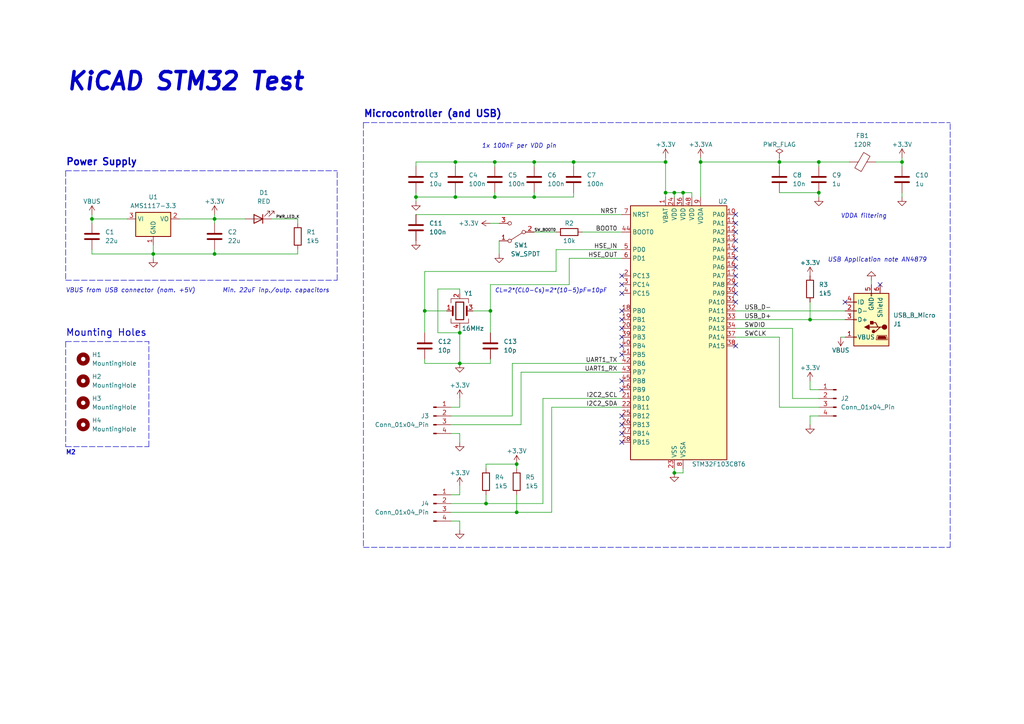
<source format=kicad_sch>
(kicad_sch (version 20230121) (generator eeschema)
  (paper "A4")
  (title_block (title "KiCAD STM32 Test") (date "2023-11-01") (rev "0.1") (company "Giulia Donini"))
  (lib_symbols
    (symbol "Connector:Conn_01x04_Pin" (pin_names (offset 1.016) hide)
      (property "Reference" "J" (at 0 5.08 0))
      (property "Value" "Conn_01x04_Pin" (at 0 -7.62 0))
      (symbol "Conn_01x04_Pin_1_1"
        (polyline (pts (xy 1.27 -5.08) (xy 0.8636 -5.08)) (stroke (width 0.1524)))
        (polyline (pts (xy 1.27 -2.54) (xy 0.8636 -2.54)) (stroke (width 0.1524)))
        (polyline (pts (xy 1.27 0) (xy 0.8636 0)) (stroke (width 0.1524)))
        (polyline (pts (xy 1.27 2.54) (xy 0.8636 2.54)) (stroke (width 0.1524)))
        (rectangle (start 0.8636 -4.953) (end 0 -5.207) (stroke (width 0.1524)) (fill (type outline)))
        (rectangle (start 0.8636 -2.413) (end 0 -2.667) (stroke (width 0.1524)) (fill (type outline)))
        (rectangle (start 0.8636 0.127) (end 0 -0.127) (stroke (width 0.1524)) (fill (type outline)))
        (rectangle (start 0.8636 2.667) (end 0 2.413) (stroke (width 0.1524)) (fill (type outline)))
        (pin passive line (at 5.08 2.54 180) (length 3.81) (name "Pin_1") (number "1"))
        (pin passive line (at 5.08 0 180) (length 3.81) (name "Pin_2") (number "2"))
        (pin passive line (at 5.08 -2.54 180) (length 3.81) (name "Pin_3") (number "3"))
        (pin passive line (at 5.08 -5.08 180) (length 3.81) (name "Pin_4") (number "4"))
      )
    )
    (symbol "Connector:USB_B_Micro" (pin_names (offset 1.016))
      (property "Reference" "J" (at -5.08 11.43 0))
      (property "Value" "USB_B_Micro" (at -5.08 8.89 0))
      (symbol "USB_B_Micro_0_1"
        (rectangle (start -5.08 -7.62) (end 5.08 7.62) (stroke (width 0.254)) (fill (type background)))
        (circle (center -3.81 2.159) (radius 0.635) (stroke (width 0.254)) (fill (type outline)))
        (circle (center -0.635 3.429) (radius 0.381) (stroke (width 0.254)) (fill (type outline)))
        (rectangle (start -0.127 -7.62) (end 0.127 -6.858))
        (polyline (pts (xy -1.905 2.159) (xy 0.635 2.159)) (stroke (width 0.254)))
        (polyline (pts (xy -3.175 2.159) (xy -2.54 2.159) (xy -1.27 3.429) (xy -0.635 3.429)) (stroke (width 0.254)))
        (polyline (pts (xy -2.54 2.159) (xy -1.905 2.159) (xy -1.27 0.889) (xy 0 0.889)) (stroke (width 0.254)))
        (polyline (pts (xy 0.635 2.794) (xy 0.635 1.524) (xy 1.905 2.159) (xy 0.635 2.794)) (stroke (width 0.254)) (fill (type outline)))
        (polyline (pts (xy -4.318 5.588) (xy -1.778 5.588) (xy -2.032 4.826) (xy -4.064 4.826) (xy -4.318 5.588)) (fill (type outline)))
        (polyline (pts (xy -4.699 5.842) (xy -4.699 5.588) (xy -4.445 4.826) (xy -4.445 4.572) (xy -1.651 4.572) (xy -1.651 4.826) (xy -1.397 5.588) (xy -1.397 5.842) (xy -4.699 5.842)))
        (rectangle (start 0.254 1.27) (end -0.508 0.508) (stroke (width 0.254)) (fill (type outline)))
        (rectangle (start 5.08 -5.207) (end 4.318 -4.953))
        (rectangle (start 5.08 -2.667) (end 4.318 -2.413))
        (rectangle (start 5.08 -0.127) (end 4.318 0.127))
        (rectangle (start 5.08 4.953) (end 4.318 5.207))
      )
      (symbol "USB_B_Micro_1_1"
        (pin power_out line (at 7.62 5.08 180) (length 2.54) (name "VBUS") (number "1"))
        (pin bidirectional line (at 7.62 -2.54 180) (length 2.54) (name "D-") (number "2"))
        (pin bidirectional line (at 7.62 0 180) (length 2.54) (name "D+") (number "3"))
        (pin passive line (at 7.62 -5.08 180) (length 2.54) (name "ID") (number "4"))
        (pin power_out line (at 0 -10.16 90) (length 2.54) (name "GND") (number "5"))
        (pin passive line (at -2.54 -10.16 90) (length 2.54) (name "Shield") (number "6"))
      )
    )
    (symbol "Device:C" (pin_numbers hide) (pin_names (offset 0.254))
      (property "Reference" "C" (at 0.635 2.54 0))
      (property "Value" "C" (at 0.635 -2.54 0))
      (symbol "C_0_1"
        (polyline (pts (xy -2.032 -0.762) (xy 2.032 -0.762)) (stroke (width 0.508)))
        (polyline (pts (xy -2.032 0.762) (xy 2.032 0.762)) (stroke (width 0.508)))
      )
      (symbol "C_1_1"
        (pin passive line (at 0 3.81 270) (length 2.794) (name "~") (number "1"))
        (pin passive line (at 0 -3.81 90) (length 2.794) (name "~") (number "2"))
      )
    )
    (symbol "Device:Crystal_GND24" (pin_names (offset 1.016) hide)
      (property "Reference" "Y" (at 3.175 5.08 0))
      (property "Value" "Crystal_GND24" (at 3.175 3.175 0))
      (symbol "Crystal_GND24_0_1"
        (rectangle (start -1.143 2.54) (end 1.143 -2.54) (stroke (width 0.3048)))
        (polyline (pts (xy -2.54 0) (xy -2.032 0)))
        (polyline (pts (xy -2.032 -1.27) (xy -2.032 1.27)) (stroke (width 0.508)))
        (polyline (pts (xy 0 -3.81) (xy 0 -3.556)))
        (polyline (pts (xy 0 3.556) (xy 0 3.81)))
        (polyline (pts (xy 2.032 -1.27) (xy 2.032 1.27)) (stroke (width 0.508)))
        (polyline (pts (xy 2.032 0) (xy 2.54 0)))
        (polyline (pts (xy -2.54 -2.286) (xy -2.54 -3.556) (xy 2.54 -3.556) (xy 2.54 -2.286)))
        (polyline (pts (xy -2.54 2.286) (xy -2.54 3.556) (xy 2.54 3.556) (xy 2.54 2.286)))
      )
      (symbol "Crystal_GND24_1_1"
        (pin passive line (at -3.81 0 0) (length 1.27) (name "1") (number "1"))
        (pin passive line (at 0 5.08 270) (length 1.27) (name "2") (number "2"))
        (pin passive line (at 3.81 0 180) (length 1.27) (name "3") (number "3"))
        (pin passive line (at 0 -5.08 90) (length 1.27) (name "4") (number "4"))
      )
    )
    (symbol "Device:FerriteBead" (pin_numbers hide) (pin_names (offset 0))
      (property "Reference" "FB" (at -3.81 0.635 90))
      (property "Value" "FerriteBead" (at 3.81 0 90))
      (symbol "FerriteBead_0_1"
        (polyline (pts (xy 0 -1.27) (xy 0 -1.2192)))
        (polyline (pts (xy 0 1.27) (xy 0 1.2954)))
        (polyline (pts (xy -2.7686 0.4064) (xy -1.7018 2.2606) (xy 2.7686 -0.3048) (xy 1.6764 -2.159) (xy -2.7686 0.4064)))
      )
      (symbol "FerriteBead_1_1"
        (pin passive line (at 0 3.81 270) (length 2.54) (name "~") (number "1"))
        (pin passive line (at 0 -3.81 90) (length 2.54) (name "~") (number "2"))
      )
    )
    (symbol "Device:LED" (pin_numbers hide) (pin_names (offset 1.016) hide)
      (property "Reference" "D" (at 0 2.54 0))
      (property "Value" "LED" (at 0 -2.54 0))
      (symbol "LED_0_1"
        (polyline (pts (xy -1.27 -1.27) (xy -1.27 1.27)) (stroke (width 0.254)))
        (polyline (pts (xy -1.27 0) (xy 1.27 0)))
        (polyline (pts (xy 1.27 -1.27) (xy 1.27 1.27) (xy -1.27 0) (xy 1.27 -1.27)) (stroke (width 0.254)))
        (polyline (pts (xy -3.048 -0.762) (xy -4.572 -2.286) (xy -3.81 -2.286) (xy -4.572 -2.286) (xy -4.572 -1.524)))
        (polyline (pts (xy -1.778 -0.762) (xy -3.302 -2.286) (xy -2.54 -2.286) (xy -3.302 -2.286) (xy -3.302 -1.524)))
      )
      (symbol "LED_1_1"
        (pin passive line (at -3.81 0 0) (length 2.54) (name "K") (number "1"))
        (pin passive line (at 3.81 0 180) (length 2.54) (name "A") (number "2"))
      )
    )
    (symbol "Device:R" (pin_numbers hide) (pin_names (offset 0))
      (property "Reference" "R" (at 2.032 0 90))
      (property "Value" "R" (at 0 0 90))
      (symbol "R_0_1"
        (rectangle (start -1.016 -2.54) (end 1.016 2.54) (stroke (width 0.254)))
      )
      (symbol "R_1_1"
        (pin passive line (at 0 3.81 270) (length 1.27) (name "~") (number "1"))
        (pin passive line (at 0 -3.81 90) (length 1.27) (name "~") (number "2"))
      )
    )
    (symbol "MCU_ST_STM32F1:STM32F103C8Tx"
      (property "Reference" "U" (at -12.7 39.37 0))
      (property "Value" "STM32F103C8Tx" (at 10.16 39.37 0))
      (symbol "STM32F103C8Tx_0_1"
        (rectangle (start -12.7 -35.56) (end 15.24 38.1) (stroke (width 0.254)) (fill (type background)))
      )
      (symbol "STM32F103C8Tx_1_1"
        (pin power_in line (at -2.54 40.64 270) (length 2.54) (name "VBAT") (number "1"))
        (pin bidirectional line (at 17.78 35.56 180) (length 2.54) (name "PA0") (number "10"))
        (pin bidirectional line (at 17.78 33.02 180) (length 2.54) (name "PA1") (number "11"))
        (pin bidirectional line (at 17.78 30.48 180) (length 2.54) (name "PA2") (number "12"))
        (pin bidirectional line (at 17.78 27.94 180) (length 2.54) (name "PA3") (number "13"))
        (pin bidirectional line (at 17.78 25.4 180) (length 2.54) (name "PA4") (number "14"))
        (pin bidirectional line (at 17.78 22.86 180) (length 2.54) (name "PA5") (number "15"))
        (pin bidirectional line (at 17.78 20.32 180) (length 2.54) (name "PA6") (number "16"))
        (pin bidirectional line (at 17.78 17.78 180) (length 2.54) (name "PA7") (number "17"))
        (pin bidirectional line (at -15.24 7.62 0) (length 2.54) (name "PB0") (number "18"))
        (pin bidirectional line (at -15.24 5.08 0) (length 2.54) (name "PB1") (number "19"))
        (pin bidirectional line (at -15.24 17.78 0) (length 2.54) (name "PC13") (number "2"))
        (pin bidirectional line (at -15.24 2.54 0) (length 2.54) (name "PB2") (number "20"))
        (pin bidirectional line (at -15.24 -17.78 0) (length 2.54) (name "PB10") (number "21"))
        (pin bidirectional line (at -15.24 -20.32 0) (length 2.54) (name "PB11") (number "22"))
        (pin power_in line (at 0 -38.1 90) (length 2.54) (name "VSS") (number "23"))
        (pin power_in line (at 0 40.64 270) (length 2.54) (name "VDD") (number "24"))
        (pin bidirectional line (at -15.24 -22.86 0) (length 2.54) (name "PB12") (number "25"))
        (pin bidirectional line (at -15.24 -25.4 0) (length 2.54) (name "PB13") (number "26"))
        (pin bidirectional line (at -15.24 -27.94 0) (length 2.54) (name "PB14") (number "27"))
        (pin bidirectional line (at -15.24 -30.48 0) (length 2.54) (name "PB15") (number "28"))
        (pin bidirectional line (at 17.78 15.24 180) (length 2.54) (name "PA8") (number "29"))
        (pin bidirectional line (at -15.24 15.24 0) (length 2.54) (name "PC14") (number "3"))
        (pin bidirectional line (at 17.78 12.7 180) (length 2.54) (name "PA9") (number "30"))
        (pin bidirectional line (at 17.78 10.16 180) (length 2.54) (name "PA10") (number "31"))
        (pin bidirectional line (at 17.78 7.62 180) (length 2.54) (name "PA11") (number "32"))
        (pin bidirectional line (at 17.78 5.08 180) (length 2.54) (name "PA12") (number "33"))
        (pin bidirectional line (at 17.78 2.54 180) (length 2.54) (name "PA13") (number "34"))
        (pin passive line (at 0 -38.1 90) (length 2.54) hide (name "VSS") (number "35"))
        (pin power_in line (at 2.54 40.64 270) (length 2.54) (name "VDD") (number "36"))
        (pin bidirectional line (at 17.78 0 180) (length 2.54) (name "PA14") (number "37"))
        (pin bidirectional line (at 17.78 -2.54 180) (length 2.54) (name "PA15") (number "38"))
        (pin bidirectional line (at -15.24 0 0) (length 2.54) (name "PB3") (number "39"))
        (pin bidirectional line (at -15.24 12.7 0) (length 2.54) (name "PC15") (number "4"))
        (pin bidirectional line (at -15.24 -2.54 0) (length 2.54) (name "PB4") (number "40"))
        (pin bidirectional line (at -15.24 -5.08 0) (length 2.54) (name "PB5") (number "41"))
        (pin bidirectional line (at -15.24 -7.62 0) (length 2.54) (name "PB6") (number "42"))
        (pin bidirectional line (at -15.24 -10.16 0) (length 2.54) (name "PB7") (number "43"))
        (pin input line (at -15.24 30.48 0) (length 2.54) (name "BOOT0") (number "44"))
        (pin bidirectional line (at -15.24 -12.7 0) (length 2.54) (name "PB8") (number "45"))
        (pin bidirectional line (at -15.24 -15.24 0) (length 2.54) (name "PB9") (number "46"))
        (pin passive line (at 0 -38.1 90) (length 2.54) hide (name "VSS") (number "47"))
        (pin power_in line (at 5.08 40.64 270) (length 2.54) (name "VDD") (number "48"))
        (pin bidirectional line (at -15.24 25.4 0) (length 2.54) (name "PD0") (number "5"))
        (pin bidirectional line (at -15.24 22.86 0) (length 2.54) (name "PD1") (number "6"))
        (pin input line (at -15.24 35.56 0) (length 2.54) (name "NRST") (number "7"))
        (pin power_in line (at 2.54 -38.1 90) (length 2.54) (name "VSSA") (number "8"))
        (pin power_in line (at 7.62 40.64 270) (length 2.54) (name "VDDA") (number "9"))
      )
    )
    (symbol "Mechanical:MountingHole" (pin_names (offset 1.016))
      (property "Reference" "H" (at 0 5.08 0))
      (property "Value" "MountingHole" (at 0 3.175 0))
      (symbol "MountingHole_0_1"
        (circle (center 0 0) (radius 1.27) (stroke (width 1.27)))
      )
    )
    (symbol "Regulator_Linear:AMS1117-3.3"
      (property "Reference" "U" (at -3.81 3.175 0))
      (property "Value" "AMS1117-3.3" (at 0 3.175 0))
      (symbol "AMS1117-3.3_0_1"
        (rectangle (start -5.08 -5.08) (end 5.08 1.905) (stroke (width 0.254)) (fill (type background)))
      )
      (symbol "AMS1117-3.3_1_1"
        (pin power_in line (at 0 -7.62 90) (length 2.54) (name "GND") (number "1"))
        (pin power_out line (at 7.62 0 180) (length 2.54) (name "VO") (number "2"))
        (pin power_in line (at -7.62 0 0) (length 2.54) (name "VI") (number "3"))
      )
    )
    (symbol "Switch:SW_SPDT" (pin_names (offset 0) hide)
      (property "Reference" "SW" (at 0 4.318 0))
      (property "Value" "SW_SPDT" (at 0 -5.08 0))
      (symbol "SW_SPDT_0_0"
        (circle (center -2.032 0) (radius 0.508))
        (circle (center 2.032 -2.54) (radius 0.508))
      )
      (symbol "SW_SPDT_0_1"
        (polyline (pts (xy -1.524 0.254) (xy 1.651 2.286)))
        (circle (center 2.032 2.54) (radius 0.508))
      )
      (symbol "SW_SPDT_1_1"
        (pin passive line (at 5.08 2.54 180) (length 2.54) (name "A") (number "1"))
        (pin passive line (at -5.08 0 0) (length 2.54) (name "B") (number "2"))
        (pin passive line (at 5.08 -2.54 180) (length 2.54) (name "C") (number "3"))
      )
    )
    (symbol "power:+3.3V" (power) (pin_names (offset 0))
      (property "Value" "+3.3V" (at 0 3.556 0))
      (symbol "+3.3V_0_1"
        (polyline (pts (xy -0.762 1.27) (xy 0 2.54)))
        (polyline (pts (xy 0 0) (xy 0 2.54)))
        (polyline (pts (xy 0 2.54) (xy 0.762 1.27)))
      )
      (symbol "+3.3V_1_1"
        (pin power_in line (at 0 0 90) (length 0) hide (name "+3.3V") (number "1"))
      )
    )
    (symbol "power:+3.3VA" (power) (pin_names (offset 0))
      (property "Value" "+3.3VA" (at 0 3.556 0))
      (symbol "+3.3VA_0_1"
        (polyline (pts (xy -0.762 1.27) (xy 0 2.54)))
        (polyline (pts (xy 0 0) (xy 0 2.54)))
        (polyline (pts (xy 0 2.54) (xy 0.762 1.27)))
      )
      (symbol "+3.3VA_1_1"
        (pin power_in line (at 0 0 90) (length 0) hide (name "+3.3VA") (number "1"))
      )
    )
    (symbol "power:GND" (power) (pin_names (offset 0))
      (property "Value" "GND" (at 0 -3.81 0))
      (symbol "GND_0_1"
        (polyline (pts (xy 0 0) (xy 0 -1.27) (xy 1.27 -1.27) (xy 0 -2.54) (xy -1.27 -1.27) (xy 0 -1.27)))
      )
      (symbol "GND_1_1"
        (pin power_in line (at 0 0 270) (length 0) hide (name "GND") (number "1"))
      )
    )
    (symbol "power:PWR_FLAG" (power) (pin_numbers hide) (pin_names (offset 0) hide)
      (property "Value" "PWR_FLAG" (at 0 3.81 0))
      (symbol "PWR_FLAG_0_0"
        (pin power_out line (at 0 0 90) (length 0) (name "pwr") (number "1"))
      )
      (symbol "PWR_FLAG_0_1"
        (polyline (pts (xy 0 0) (xy 0 1.27) (xy -1.016 1.905) (xy 0 2.54) (xy 1.016 1.905) (xy 0 1.27)))
      )
    )
    (symbol "power:VBUS" (power) (pin_names (offset 0))
      (property "Value" "VBUS" (at 0 3.81 0))
      (symbol "VBUS_0_1"
        (polyline (pts (xy -0.762 1.27) (xy 0 2.54)))
        (polyline (pts (xy 0 0) (xy 0 2.54)))
        (polyline (pts (xy 0 2.54) (xy 0.762 1.27)))
      )
      (symbol "VBUS_1_1"
        (pin power_in line (at 0 0 90) (length 0) hide (name "VBUS") (number "1"))
      )
    )
  )
  (junction (at 149.86 148.59))
  (junction (at 140.97 146.05))
  (junction (at 193.04 55.88))
  (junction (at 133.35 96.52))
  (junction (at 143.51 46.99))
  (junction (at 143.51 57.15))
  (junction (at 132.08 46.99))
  (junction (at 193.04 46.99))
  (junction (at 203.2 46.99))
  (junction (at 195.58 55.88))
  (junction (at 237.49 55.88))
  (junction (at 26.67 63.5))
  (junction (at 166.37 46.99))
  (junction (at 234.95 92.71))
  (junction (at 154.94 46.99))
  (junction (at 226.06 46.99))
  (junction (at 149.86 134.62))
  (junction (at 198.12 55.88))
  (junction (at 123.19 90.17))
  (junction (at 120.65 57.15))
  (junction (at 132.08 57.15))
  (junction (at 62.23 73.66))
  (junction (at 133.35 105.41))
  (junction (at 261.62 46.99))
  (junction (at 44.45 73.66))
  (junction (at 154.94 57.15))
  (junction (at 195.58 137.16))
  (junction (at 62.23 63.5))
  (junction (at 237.49 46.99))
  (junction (at 142.24 90.17))
  (no_connect (at 180.34 95.25))
  (no_connect (at 180.34 125.73))
  (no_connect (at 180.34 110.49))
  (no_connect (at 213.36 85.09))
  (no_connect (at 213.36 69.85))
  (no_connect (at 213.36 64.77))
  (no_connect (at 180.34 85.09))
  (no_connect (at 213.36 80.01))
  (no_connect (at 180.34 82.55))
  (no_connect (at 180.34 113.03))
  (no_connect (at 213.36 82.55))
  (no_connect (at 180.34 120.65))
  (no_connect (at 180.34 128.27))
  (no_connect (at 213.36 77.47))
  (no_connect (at 180.34 80.01))
  (no_connect (at 213.36 72.39))
  (no_connect (at 245.11 87.63))
  (no_connect (at 213.36 67.31))
  (no_connect (at 180.34 92.71))
  (no_connect (at 180.34 97.79))
  (no_connect (at 255.27 82.55))
  (no_connect (at 213.36 87.63))
  (no_connect (at 180.34 90.17))
  (no_connect (at 213.36 100.33))
  (no_connect (at 213.36 74.93))
  (no_connect (at 180.34 100.33))
  (no_connect (at 213.36 62.23))
  (no_connect (at 180.34 102.87))
  (no_connect (at 180.34 123.19))
  (wire (pts (xy 237.49 46.99) (xy 237.49 48.26)))
  (wire (pts (xy 140.97 143.51) (xy 140.97 146.05)))
  (wire (pts (xy 132.08 57.15) (xy 143.51 57.15)))
  (wire (pts (xy 154.94 57.15) (xy 166.37 57.15)))
  (wire (pts (xy 44.45 71.12) (xy 44.45 73.66)))
  (polyline (pts (xy 19.05 99.06) (xy 43.18 99.06)) (stroke (width 0) (type dash)))
  (wire (pts (xy 133.35 95.25) (xy 133.35 96.52)))
  (polyline (pts (xy 19.05 129.54) (xy 43.18 129.54)) (stroke (width 0) (type dash)))
  (wire (pts (xy 148.59 120.65) (xy 130.81 120.65)))
  (wire (pts (xy 166.37 48.26) (xy 166.37 46.99)))
  (wire (pts (xy 133.35 115.57) (xy 133.35 118.11)))
  (wire (pts (xy 130.81 123.19) (xy 151.13 123.19)))
  (wire (pts (xy 62.23 63.5) (xy 71.12 63.5)))
  (wire (pts (xy 213.36 90.17) (xy 245.11 90.17)))
  (wire (pts (xy 148.59 105.41) (xy 180.34 105.41)))
  (wire (pts (xy 62.23 73.66) (xy 62.23 72.39)))
  (wire (pts (xy 154.94 46.99) (xy 166.37 46.99)))
  (wire (pts (xy 133.35 143.51) (xy 130.81 143.51)))
  (wire (pts (xy 154.94 67.31) (xy 161.29 67.31)))
  (wire (pts (xy 142.24 82.55) (xy 165.1 82.55)))
  (wire (pts (xy 160.02 118.11) (xy 180.34 118.11)))
  (wire (pts (xy 157.48 115.57) (xy 180.34 115.57)))
  (wire (pts (xy 149.86 143.51) (xy 149.86 148.59)))
  (wire (pts (xy 193.04 55.88) (xy 193.04 57.15)))
  (wire (pts (xy 261.62 55.88) (xy 261.62 57.15)))
  (wire (pts (xy 62.23 63.5) (xy 62.23 64.77)))
  (wire (pts (xy 195.58 137.16) (xy 198.12 137.16)))
  (wire (pts (xy 154.94 46.99) (xy 154.94 48.26)))
  (wire (pts (xy 132.08 46.99) (xy 143.51 46.99)))
  (wire (pts (xy 143.51 55.88) (xy 143.51 57.15)))
  (wire (pts (xy 193.04 55.88) (xy 195.58 55.88)))
  (wire (pts (xy 144.78 69.85) (xy 144.78 73.66)))
  (wire (pts (xy 123.19 104.14) (xy 123.19 105.41)))
  (wire (pts (xy 148.59 105.41) (xy 148.59 120.65)))
  (wire (pts (xy 203.2 45.72) (xy 203.2 46.99)))
  (wire (pts (xy 226.06 55.88) (xy 237.49 55.88)))
  (wire (pts (xy 165.1 82.55) (xy 165.1 74.93)))
  (wire (pts (xy 237.49 55.88) (xy 237.49 57.15)))
  (wire (pts (xy 226.06 97.79) (xy 226.06 118.11)))
  (wire (pts (xy 154.94 55.88) (xy 154.94 57.15)))
  (wire (pts (xy 166.37 55.88) (xy 166.37 57.15)))
  (wire (pts (xy 198.12 55.88) (xy 198.12 57.15)))
  (wire (pts (xy 234.95 87.63) (xy 234.95 92.71)))
  (wire (pts (xy 120.65 55.88) (xy 120.65 57.15)))
  (wire (pts (xy 261.62 45.72) (xy 261.62 46.99)))
  (wire (pts (xy 26.67 64.77) (xy 26.67 63.5)))
  (wire (pts (xy 151.13 123.19) (xy 151.13 107.95)))
  (wire (pts (xy 26.67 73.66) (xy 44.45 73.66)))
  (wire (pts (xy 151.13 107.95) (xy 180.34 107.95)))
  (wire (pts (xy 193.04 46.99) (xy 193.04 55.88)))
  (wire (pts (xy 157.48 146.05) (xy 157.48 115.57)))
  (wire (pts (xy 133.35 128.27) (xy 133.35 125.73)))
  (polyline (pts (xy 19.05 99.06) (xy 19.05 129.54)) (stroke (width 0) (type dash)))
  (wire (pts (xy 132.08 46.99) (xy 132.08 48.26)))
  (wire (pts (xy 140.97 134.62) (xy 149.86 134.62)))
  (wire (pts (xy 132.08 55.88) (xy 132.08 57.15)))
  (wire (pts (xy 123.19 90.17) (xy 123.19 78.74)))
  (wire (pts (xy 226.06 45.72) (xy 226.06 46.99)))
  (wire (pts (xy 200.66 55.88) (xy 200.66 57.15)))
  (polyline (pts (xy 105.41 35.56) (xy 105.41 158.75)) (stroke (width 0) (type dash)))
  (wire (pts (xy 52.07 63.5) (xy 62.23 63.5)))
  (wire (pts (xy 198.12 55.88) (xy 200.66 55.88)))
  (wire (pts (xy 195.58 137.16) (xy 195.58 135.89)))
  (wire (pts (xy 252.73 81.28) (xy 252.73 82.55)))
  (polyline (pts (xy 19.05 49.53) (xy 97.79 49.53)) (stroke (width 0) (type dash)))
  (wire (pts (xy 78.74 63.5) (xy 86.36 63.5)))
  (wire (pts (xy 161.29 72.39) (xy 180.34 72.39)))
  (wire (pts (xy 226.06 118.11) (xy 237.49 118.11)))
  (wire (pts (xy 120.65 57.15) (xy 120.65 58.42)))
  (wire (pts (xy 133.35 118.11) (xy 130.81 118.11)))
  (wire (pts (xy 120.65 46.99) (xy 132.08 46.99)))
  (wire (pts (xy 142.24 90.17) (xy 142.24 96.52)))
  (polyline (pts (xy 105.41 158.75) (xy 275.59 158.75)) (stroke (width 0) (type dash)))
  (wire (pts (xy 234.95 113.03) (xy 237.49 113.03)))
  (wire (pts (xy 133.35 153.67) (xy 133.35 151.13)))
  (wire (pts (xy 168.91 67.31) (xy 180.34 67.31)))
  (wire (pts (xy 133.35 85.09) (xy 133.35 83.82)))
  (polyline (pts (xy 105.41 35.56) (xy 275.59 35.56)) (stroke (width 0) (type dash)))
  (wire (pts (xy 120.65 62.23) (xy 180.34 62.23)))
  (wire (pts (xy 142.24 104.14) (xy 142.24 105.41)))
  (wire (pts (xy 26.67 73.66) (xy 26.67 72.39)))
  (wire (pts (xy 86.36 72.39) (xy 86.36 73.66)))
  (wire (pts (xy 160.02 118.11) (xy 160.02 148.59)))
  (wire (pts (xy 130.81 146.05) (xy 140.97 146.05)))
  (polyline (pts (xy 19.05 49.53) (xy 19.05 81.28)) (stroke (width 0) (type dash)))
  (wire (pts (xy 123.19 78.74) (xy 161.29 78.74)))
  (polyline (pts (xy 19.05 81.28) (xy 97.79 81.28)) (stroke (width 0) (type dash)))
  (wire (pts (xy 133.35 140.97) (xy 133.35 143.51)))
  (wire (pts (xy 195.58 55.88) (xy 198.12 55.88)))
  (wire (pts (xy 203.2 46.99) (xy 203.2 57.15)))
  (wire (pts (xy 26.67 62.23) (xy 26.67 63.5)))
  (wire (pts (xy 149.86 134.62) (xy 149.86 135.89)))
  (wire (pts (xy 133.35 151.13) (xy 130.81 151.13)))
  (wire (pts (xy 245.11 97.79) (xy 243.84 97.79)))
  (wire (pts (xy 213.36 92.71) (xy 234.95 92.71)))
  (wire (pts (xy 166.37 46.99) (xy 193.04 46.99)))
  (wire (pts (xy 129.54 90.17) (xy 123.19 90.17)))
  (wire (pts (xy 213.36 95.25) (xy 229.87 95.25)))
  (wire (pts (xy 127 83.82) (xy 127 96.52)))
  (wire (pts (xy 161.29 78.74) (xy 161.29 72.39)))
  (polyline (pts (xy 97.79 81.28) (xy 97.79 49.53)) (stroke (width 0) (type dash)))
  (wire (pts (xy 237.49 46.99) (xy 246.38 46.99)))
  (wire (pts (xy 203.2 46.99) (xy 226.06 46.99)))
  (wire (pts (xy 143.51 57.15) (xy 154.94 57.15)))
  (wire (pts (xy 229.87 115.57) (xy 237.49 115.57)))
  (wire (pts (xy 123.19 90.17) (xy 123.19 96.52)))
  (wire (pts (xy 123.19 105.41) (xy 133.35 105.41)))
  (wire (pts (xy 140.97 146.05) (xy 157.48 146.05)))
  (polyline (pts (xy 275.59 158.75) (xy 275.59 35.56)) (stroke (width 0) (type dash)))
  (wire (pts (xy 143.51 46.99) (xy 154.94 46.99)))
  (wire (pts (xy 149.86 148.59) (xy 130.81 148.59)))
  (wire (pts (xy 140.97 134.62) (xy 140.97 135.89)))
  (wire (pts (xy 127 96.52) (xy 133.35 96.52)))
  (wire (pts (xy 120.65 48.26) (xy 120.65 46.99)))
  (wire (pts (xy 254 46.99) (xy 261.62 46.99)))
  (wire (pts (xy 133.35 96.52) (xy 133.35 105.41)))
  (wire (pts (xy 142.24 64.77) (xy 144.78 64.77)))
  (wire (pts (xy 193.04 45.72) (xy 193.04 46.99)))
  (wire (pts (xy 62.23 62.23) (xy 62.23 63.5)))
  (wire (pts (xy 86.36 73.66) (xy 62.23 73.66)))
  (wire (pts (xy 165.1 74.93) (xy 180.34 74.93)))
  (wire (pts (xy 133.35 105.41) (xy 142.24 105.41)))
  (wire (pts (xy 137.16 90.17) (xy 142.24 90.17)))
  (wire (pts (xy 229.87 95.25) (xy 229.87 115.57)))
  (wire (pts (xy 120.65 57.15) (xy 132.08 57.15)))
  (wire (pts (xy 226.06 46.99) (xy 237.49 46.99)))
  (wire (pts (xy 143.51 46.99) (xy 143.51 48.26)))
  (wire (pts (xy 261.62 46.99) (xy 261.62 48.26)))
  (wire (pts (xy 234.95 123.19) (xy 234.95 120.65)))
  (wire (pts (xy 133.35 83.82) (xy 127 83.82)))
  (wire (pts (xy 234.95 110.49) (xy 234.95 113.03)))
  (wire (pts (xy 213.36 97.79) (xy 226.06 97.79)))
  (wire (pts (xy 44.45 74.93) (xy 44.45 73.66)))
  (polyline (pts (xy 43.18 129.54) (xy 43.18 99.06)) (stroke (width 0) (type dash)))
  (wire (pts (xy 44.45 73.66) (xy 62.23 73.66)))
  (wire (pts (xy 234.95 120.65) (xy 237.49 120.65)))
  (wire (pts (xy 226.06 46.99) (xy 226.06 48.26)))
  (wire (pts (xy 26.67 63.5) (xy 36.83 63.5)))
  (wire (pts (xy 195.58 55.88) (xy 195.58 57.15)))
  (wire (pts (xy 234.95 92.71) (xy 245.11 92.71)))
  (wire (pts (xy 198.12 135.89) (xy 198.12 137.16)))
  (wire (pts (xy 142.24 82.55) (xy 142.24 90.17)))
  (wire (pts (xy 133.35 125.73) (xy 130.81 125.73)))
  (wire (pts (xy 160.02 148.59) (xy 149.86 148.59)))
  (wire (pts (xy 86.36 63.5) (xy 86.36 64.77)))
  (text "Microcontroller (and USB)" (at 105.41 34.29 0) (effects (font (size 2 2) (thickness 0.4) bold) (justify left bottom)))
  (text "Mounting Holes" (at 19.05 97.79 0) (effects (font (size 2 2) (thickness 0.254) bold) (justify left bottom)))
  (text "VBUS from USB connector (nom. +5V)	Min. 22uF inp./outp. capacitors" (at 19.05 85.09 0) (effects (font (size 1.27 1.27) italic) (justify left bottom)))
  (text "M2" (at 19.05 132.08 0) (effects (font (size 1.27 1.27) bold) (justify left bottom)))
  (text "Power Supply" (at 19.05 48.26 0) (effects (font (size 2 2) (thickness 0.4) bold) (justify left bottom)))
  (text "USB Application note AN4879" (at 240.03 76.2 0) (effects (font (size 1.27 1.27) italic) (justify left bottom)))
  (text "KiCAD STM32 Test" (at 19.05 26.67 0) (effects (font (size 5 5) (thickness 1) bold italic) (justify left bottom)))
  (text "CL=2*(CL0-Cs)=2*(10-5)pF=10pF" (at 143.51 85.09 0) (effects (font (size 1.2 1.2) italic) (justify left bottom)))
  (text "1x 100nF per VDD pin" (at 139.7 43.18 0) (effects (font (size 1.27 1.27) italic) (justify left bottom)))
  (text "VDDA filtering" (at 243.84 63.5 0) (effects (font (size 1.27 1.27) italic) (justify left bottom)))
  (label "UART1_RX" (at 179.07 107.95 180))
  (label "USB_D-" (at 215.9 90.17 0))
  (label "SWCLK" (at 215.9 97.79 0))
  (label "BOOT0" (at 179.07 67.31 180))
  (label "NRST" (at 179.07 62.23 180))
  (label "I2C2_SCL" (at 179.07 115.57 180))
  (label "UART1_TX" (at 179.07 105.41 180))
  (label "SW_BOOT0" (at 154.94 67.31 0) (effects (font (size 0.8 0.8))))
  (label "SWDIO" (at 215.9 95.25 0))
  (label "HSE_IN" (at 179.07 72.39 180))
  (label "HSE_OUT" (at 179.07 74.93 180))
  (label "USB_D+" (at 215.9 92.71 0))
  (label "I2C2_SDA" (at 179.07 118.11 180))
  (label "PWR_LED_K" (at 80.01 63.5 0) (effects (font (size 0.8 0.8))))
  (symbol (lib_id "power:+3.3V") (at 261.62 45.72 0) (unit 1)
    (property "Reference" "#PWR07" (effects hide))
    (property "Value" "+3.3V" (at 261.62 41.91 0))
  )
  (symbol (lib_id "power:+3.3V") (at 193.04 45.72 0) (unit 1)
    (property "Reference" "#PWR02" (effects hide))
    (property "Value" "+3.3V" (at 193.04 41.91 0))
  )
  (symbol (lib_id "power:GND") (at 133.35 105.41 0) (unit 1)
    (property "Reference" "#PWR011" (effects hide))
    (property "Value" "GND" (effects hide))
  )
  (symbol (lib_id "Device:C") (at 120.65 52.07 0) (unit 1)
    (property "Reference" "C3" (at 124.46 50.8 0) (effects (justify left)))
    (property "Value" "10u" (at 124.46 53.34 0) (effects (justify left)))
    (property "Footprint" "Capacitor_SMD:C_0603_1608Metric" (effects hide))
  )
  (symbol (lib_id "Device:LED") (at 74.93 63.5 180) (unit 1)
    (property "Reference" "D1" (at 76.5175 55.88 0))
    (property "Value" "RED" (at 76.5175 58.42 0))
    (property "Footprint" "LED_SMD:LED_0603_1608Metric" (effects hide))
  )
  (symbol (lib_id "Device:R") (at 234.95 83.82 0) (unit 1)
    (property "Reference" "R3" (at 237.49 82.55 0) (effects (justify left)))
    (property "Value" "1k5" (at 237.49 85.09 0) (effects (justify left)))
    (property "Footprint" "Resistor_SMD:R_0402_1005Metric" (effects hide))
  )
  (symbol (lib_id "power:GND") (at 133.35 153.67 0) (mirror y) (unit 1)
    (property "Reference" "#PWR023" (effects hide))
    (property "Value" "GND" (effects hide))
  )
  (symbol (lib_id "Device:C") (at 226.06 52.07 0) (unit 1)
    (property "Reference" "C8" (at 229.87 50.8 0) (effects (justify left)))
    (property "Value" "10n" (at 229.87 53.34 0) (effects (justify left)))
    (property "Footprint" "Capacitor_SMD:C_0402_1005Metric" (effects hide))
  )
  (symbol (lib_id "power:GND") (at 252.73 81.28 0) (mirror x) (unit 1)
    (property "Reference" "#PWR012" (effects hide))
    (property "Value" "GND" (effects hide))
  )
  (symbol (lib_id "Device:R") (at 165.1 67.31 90) (unit 1)
    (property "Reference" "R2" (at 165.1 64.77 90))
    (property "Value" "10k" (at 165.1 69.85 90))
    (property "Footprint" "Resistor_SMD:R_0402_1005Metric" (effects hide))
  )
  (symbol (lib_id "Device:C") (at 132.08 52.07 0) (unit 1)
    (property "Reference" "C4" (at 135.89 50.8 0) (effects (justify left)))
    (property "Value" "100n" (at 135.89 53.34 0) (effects (justify left)))
    (property "Footprint" "Capacitor_SMD:C_0402_1005Metric" (effects hide))
  )
  (symbol (lib_id "Device:C") (at 123.19 100.33 0) (unit 1)
    (property "Reference" "C12" (at 127 99.06 0) (effects (justify left)))
    (property "Value" "10p" (at 127 101.6 0) (effects (justify left)))
    (property "Footprint" "Capacitor_SMD:C_0402_1005Metric" (effects hide))
  )
  (symbol (lib_id "power:GND") (at 195.58 137.16 0) (unit 1)
    (property "Reference" "#PWR01" (effects hide))
    (property "Value" "GND" (effects hide))
  )
  (symbol (lib_id "power:+3.3V") (at 142.24 64.77 90) (unit 1)
    (property "Reference" "#PWR010" (effects hide))
    (property "Value" "+3.3V" (at 135.89 64.77 90))
  )
  (symbol (lib_id "Device:Crystal_GND24") (at 133.35 90.17 0) (unit 1)
    (property "Reference" "Y1" (at 135.89 85.09 0))
    (property "Value" "16MHz" (at 137.16 95.25 0))
    (property "Footprint" "Crystal:Crystal_SMD_3225-4Pin_3.2x2.5mm" (effects hide))
  )
  (symbol (lib_id "Device:C") (at 142.24 100.33 0) (unit 1)
    (property "Reference" "C13" (at 146.05 99.06 0) (effects (justify left)))
    (property "Value" "10p" (at 146.05 101.6 0) (effects (justify left)))
    (property "Footprint" "Capacitor_SMD:C_0402_1005Metric" (effects hide))
  )
  (symbol (lib_id "power:GND") (at 44.45 74.93 0) (unit 1)
    (property "Reference" "#PWR017" (effects hide))
    (property "Value" "GND" (effects hide))
  )
  (symbol (lib_id "Device:C") (at 166.37 52.07 0) (unit 1)
    (property "Reference" "C7" (at 170.18 50.8 0) (effects (justify left)))
    (property "Value" "100n" (at 170.18 53.34 0) (effects (justify left)))
    (property "Footprint" "Capacitor_SMD:C_0402_1005Metric" (effects hide))
  )
  (symbol (lib_id "power:GND") (at 120.65 58.42 0) (unit 1)
    (property "Reference" "#PWR03" (effects hide))
    (property "Value" "GND" (effects hide))
  )
  (symbol (lib_id "Mechanical:MountingHole") (at 24.13 123.19 0) (unit 1)
    (property "Reference" "H4" (at 26.67 121.92 0) (effects (justify left)))
    (property "Value" "MountingHole" (at 26.67 124.46 0) (effects (justify left)))
    (property "Footprint" "MountingHole:MountingHole_2.2mm_M2" (effects hide))
  )
  (symbol (lib_id "power:+3.3V") (at 133.35 115.57 0) (mirror y) (unit 1)
    (property "Reference" "#PWR020" (effects hide))
    (property "Value" "+3.3V" (at 133.35 111.76 0))
  )
  (symbol (lib_id "power:GND") (at 237.49 57.15 0) (unit 1)
    (property "Reference" "#PWR05" (effects hide))
    (property "Value" "GND" (effects hide))
  )
  (symbol (lib_id "power:PWR_FLAG") (at 226.06 45.72 0) (unit 1)
    (property "Reference" "#FLG01" (effects hide))
    (property "Value" "PWR_FLAG" (at 226.06 41.91 0))
  )
  (symbol (lib_id "Connector:Conn_01x04_Pin") (at 242.57 115.57 0) (mirror y) (unit 1)
    (property "Reference" "J2" (at 243.84 115.57 0) (effects (justify right)))
    (property "Value" "Conn_01x04_Pin" (at 243.84 118.11 0) (effects (justify right)))
    (property "Footprint" "Connector_PinHeader_2.54mm:PinHeader_1x04_P2.54mm_Vertical" (effects hide))
  )
  (symbol (lib_id "Device:C") (at 237.49 52.07 0) (unit 1)
    (property "Reference" "C9" (at 241.3 50.8 0) (effects (justify left)))
    (property "Value" "1u" (at 241.3 53.34 0) (effects (justify left)))
    (property "Footprint" "Capacitor_SMD:C_0402_1005Metric" (effects hide))
  )
  (symbol (lib_id "power:+3.3V") (at 149.86 134.62 0) (mirror y) (unit 1)
    (property "Reference" "#PWR024" (effects hide))
    (property "Value" "+3.3V" (at 149.86 130.81 0))
  )
  (symbol (lib_id "Switch:SW_SPDT") (at 149.86 67.31 180) (unit 1)
    (property "Reference" "SW1" (at 151.13 71.12 0))
    (property "Value" "SW_SPDT" (at 152.4 73.66 0))
    (property "Footprint" "Button_Switch_SMD:SW_SPDT_PCM12" (effects hide))
  )
  (symbol (lib_id "power:+3.3V") (at 234.95 80.01 0) (unit 1)
    (property "Reference" "#PWR014" (effects hide))
    (property "Value" "+3.3V" (at 234.95 76.2 0))
  )
  (symbol (lib_id "Device:C") (at 62.23 68.58 0) (unit 1)
    (property "Reference" "C2" (at 66.04 67.31 0) (effects (justify left)))
    (property "Value" "22u" (at 66.04 69.85 0) (effects (justify left)))
    (property "Footprint" "Capacitor_SMD:C_0805_2012Metric" (effects hide))
  )
  (symbol (lib_id "power:+3.3VA") (at 203.2 45.72 0) (unit 1)
    (property "Reference" "#PWR04" (effects hide))
    (property "Value" "+3.3VA" (at 203.2 41.91 0))
  )
  (symbol (lib_id "Mechanical:MountingHole") (at 24.13 104.14 0) (unit 1)
    (property "Reference" "H1" (at 26.67 102.87 0) (effects (justify left)))
    (property "Value" "MountingHole" (at 26.67 105.41 0) (effects (justify left)))
    (property "Footprint" "MountingHole:MountingHole_2.2mm_M2" (effects hide))
  )
  (symbol (lib_id "power:+3.3V") (at 234.95 110.49 0) (unit 1)
    (property "Reference" "#PWR015" (effects hide))
    (property "Value" "+3.3V" (at 234.95 106.68 0))
  )
  (symbol (lib_id "Device:FerriteBead") (at 250.19 46.99 90) (unit 1)
    (property "Reference" "FB1" (at 250.1392 39.37 90))
    (property "Value" "120R" (at 250.1392 41.91 90))
    (property "Footprint" "Inductor_SMD:L_0805_2012Metric" (effects hide))
  )
  (symbol (lib_id "power:VBUS") (at 26.67 62.23 0) (mirror y) (unit 1)
    (property "Reference" "#PWR019" (effects hide))
    (property "Value" "VBUS" (at 26.67 58.42 0))
  )
  (symbol (lib_id "Device:C") (at 154.94 52.07 0) (unit 1)
    (property "Reference" "C6" (at 158.75 50.8 0) (effects (justify left)))
    (property "Value" "100n" (at 158.75 53.34 0) (effects (justify left)))
    (property "Footprint" "Capacitor_SMD:C_0402_1005Metric" (effects hide))
  )
  (symbol (lib_id "Device:R") (at 86.36 68.58 0) (unit 1)
    (property "Reference" "R1" (at 88.9 67.31 0) (effects (justify left)))
    (property "Value" "1k5" (at 88.9 69.85 0) (effects (justify left)))
    (property "Footprint" "Resistor_SMD:R_0402_1005Metric" (effects hide))
  )
  (symbol (lib_id "Device:C") (at 26.67 68.58 0) (unit 1)
    (property "Reference" "C1" (at 30.48 67.31 0) (effects (justify left)))
    (property "Value" "22u" (at 30.48 69.85 0) (effects (justify left)))
    (property "Footprint" "Capacitor_SMD:C_0805_2012Metric" (effects hide))
  )
  (symbol (lib_id "power:GND") (at 234.95 123.19 0) (unit 1)
    (property "Reference" "#PWR016" (effects hide))
    (property "Value" "GND" (effects hide))
  )
  (symbol (lib_id "Device:R") (at 149.86 139.7 0) (unit 1)
    (property "Reference" "R5" (at 152.4 138.43 0) (effects (justify left)))
    (property "Value" "1k5" (at 152.4 140.97 0) (effects (justify left)))
    (property "Footprint" "Resistor_SMD:R_0402_1005Metric" (effects hide))
  )
  (symbol (lib_id "Connector:Conn_01x04_Pin") (at 125.73 146.05 0) (unit 1)
    (property "Reference" "J4" (at 124.46 146.05 0) (effects (justify right)))
    (property "Value" "Conn_01x04_Pin" (at 124.46 148.59 0) (effects (justify right)))
    (property "Footprint" "Connector_PinHeader_2.54mm:PinHeader_1x04_P2.54mm_Vertical" (effects hide))
  )
  (symbol (lib_id "Device:C") (at 120.65 66.04 0) (unit 1)
    (property "Reference" "C11" (at 124.46 64.77 0) (effects (justify left)))
    (property "Value" "100n" (at 124.46 67.31 0) (effects (justify left)))
    (property "Footprint" "Capacitor_SMD:C_0402_1005Metric" (effects hide))
  )
  (symbol (lib_id "Connector:USB_B_Micro") (at 252.73 92.71 180) (unit 1)
    (property "Reference" "J1" (at 259.08 93.98 0) (effects (justify right)))
    (property "Value" "USB_B_Micro" (at 259.08 91.44 0) (effects (justify right)))
    (property "Footprint" "Connector_USB:USB_Micro-B_Wuerth_629105150521" (effects hide))
  )
  (symbol (lib_id "power:+3.3V") (at 62.23 62.23 0) (unit 1)
    (property "Reference" "#PWR018" (effects hide))
    (property "Value" "+3.3V" (at 62.23 58.42 0))
  )
  (symbol (lib_id "Device:R") (at 140.97 139.7 0) (unit 1)
    (property "Reference" "R4" (at 143.51 138.43 0) (effects (justify left)))
    (property "Value" "1k5" (at 143.51 140.97 0) (effects (justify left)))
    (property "Footprint" "Resistor_SMD:R_0402_1005Metric" (effects hide))
  )
  (symbol (lib_id "Mechanical:MountingHole") (at 24.13 116.84 0) (unit 1)
    (property "Reference" "H3" (at 26.67 115.57 0) (effects (justify left)))
    (property "Value" "MountingHole" (at 26.67 118.11 0) (effects (justify left)))
    (property "Footprint" "MountingHole:MountingHole_2.2mm_M2" (effects hide))
  )
  (symbol (lib_id "Regulator_Linear:AMS1117-3.3") (at 44.45 63.5 0) (unit 1)
    (property "Reference" "U1" (at 44.45 57.15 0))
    (property "Value" "AMS1117-3.3" (at 44.45 59.69 0))
    (property "Footprint" "Package_TO_SOT_SMD:SOT-223-3_TabPin2" (effects hide))
    (property "Datasheet" "http://www.advanced-monolithic.com/pdf/ds1117.pdf" (effects hide))
  )
  (symbol (lib_id "power:GND") (at 133.35 128.27 0) (mirror y) (unit 1)
    (property "Reference" "#PWR021" (effects hide))
    (property "Value" "GND" (effects hide))
  )
  (symbol (lib_id "Mechanical:MountingHole") (at 24.13 110.49 0) (unit 1)
    (property "Reference" "H2" (at 26.67 109.22 0) (effects (justify left)))
    (property "Value" "MountingHole" (at 26.67 111.76 0) (effects (justify left)))
    (property "Footprint" "MountingHole:MountingHole_2.2mm_M2" (effects hide))
  )
  (symbol (lib_id "power:GND") (at 120.65 69.85 0) (unit 1)
    (property "Reference" "#PWR08" (effects hide))
    (property "Value" "GND" (effects hide))
  )
  (symbol (lib_id "power:+3.3V") (at 133.35 140.97 0) (mirror y) (unit 1)
    (property "Reference" "#PWR022" (effects hide))
    (property "Value" "+3.3V" (at 133.35 137.16 0))
  )
  (symbol (lib_id "power:VBUS") (at 243.84 97.79 180) (unit 1)
    (property "Reference" "#PWR013" (effects hide))
    (property "Value" "VBUS" (at 243.84 101.6 0))
  )
  (symbol (lib_id "MCU_ST_STM32F1:STM32F103C8Tx") (at 195.58 97.79 0) (unit 1)
    (property "Reference" "U2" (at 208.28 58.42 0) (effects (justify left)))
    (property "Value" "STM32F103C8T6" (at 200.66 134.62 0) (effects (justify left)))
    (property "Footprint" "Package_QFP:LQFP-48_7x7mm_P0.5mm" (effects hide))
    (property "Datasheet" "https://www.st.com/resource/en/datasheet/stm32f103c8.pdf" (effects hide))
  )
  (symbol (lib_id "Device:C") (at 261.62 52.07 0) (unit 1)
    (property "Reference" "C10" (at 265.43 50.8 0) (effects (justify left)))
    (property "Value" "1u" (at 265.43 53.34 0) (effects (justify left)))
    (property "Footprint" "Capacitor_SMD:C_0402_1005Metric" (effects hide))
  )
  (symbol (lib_id "power:GND") (at 144.78 73.66 0) (unit 1)
    (property "Reference" "#PWR09" (effects hide))
    (property "Value" "GND" (effects hide))
  )
  (symbol (lib_id "power:GND") (at 261.62 57.15 0) (unit 1)
    (property "Reference" "#PWR06" (effects hide))
    (property "Value" "GND" (effects hide))
  )
  (symbol (lib_id "Device:C") (at 143.51 52.07 0) (unit 1)
    (property "Reference" "C5" (at 147.32 50.8 0) (effects (justify left)))
    (property "Value" "100n" (at 147.32 53.34 0) (effects (justify left)))
    (property "Footprint" "Capacitor_SMD:C_0402_1005Metric" (effects hide))
  )
  (symbol (lib_id "Connector:Conn_01x04_Pin") (at 125.73 120.65 0) (unit 1)
    (property "Reference" "J3" (at 124.46 120.65 0) (effects (justify right)))
    (property "Value" "Conn_01x04_Pin" (at 124.46 123.19 0) (effects (justify right)))
    (property "Footprint" "Connector_PinHeader_2.54mm:PinHeader_1x04_P2.54mm_Vertical" (effects hide))
  )
)
</source>
